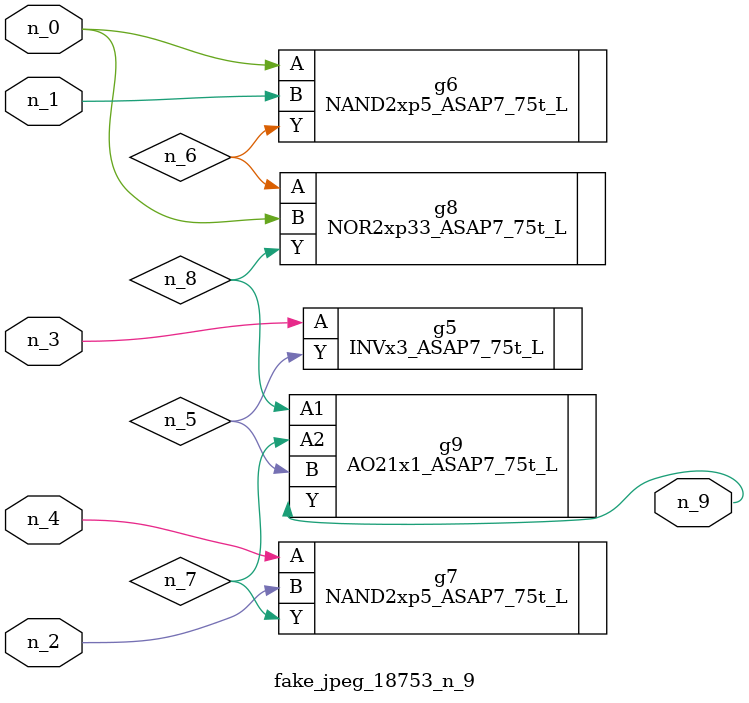
<source format=v>
module fake_jpeg_18753_n_9 (n_3, n_2, n_1, n_0, n_4, n_9);

input n_3;
input n_2;
input n_1;
input n_0;
input n_4;

output n_9;

wire n_8;
wire n_6;
wire n_5;
wire n_7;

INVx3_ASAP7_75t_L g5 ( 
.A(n_3),
.Y(n_5)
);

NAND2xp5_ASAP7_75t_L g6 ( 
.A(n_0),
.B(n_1),
.Y(n_6)
);

NAND2xp5_ASAP7_75t_L g7 ( 
.A(n_4),
.B(n_2),
.Y(n_7)
);

NOR2xp33_ASAP7_75t_L g8 ( 
.A(n_6),
.B(n_0),
.Y(n_8)
);

AO21x1_ASAP7_75t_L g9 ( 
.A1(n_8),
.A2(n_7),
.B(n_5),
.Y(n_9)
);


endmodule
</source>
